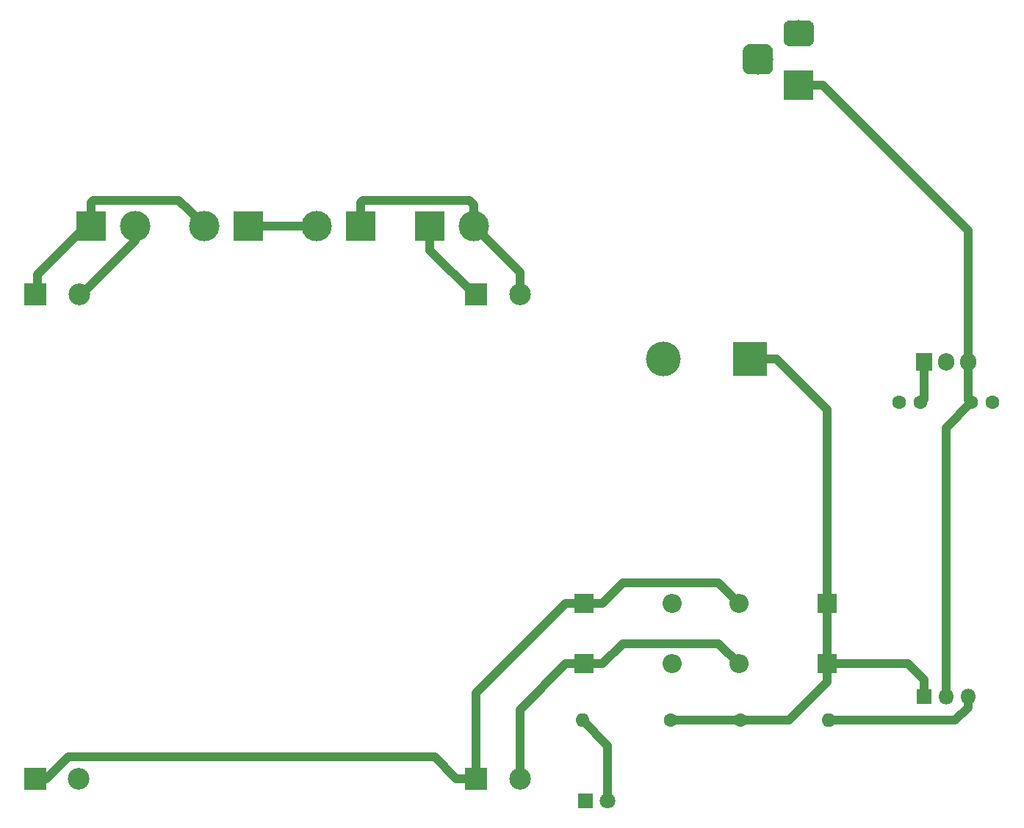
<source format=gbr>
G04 #@! TF.GenerationSoftware,KiCad,Pcbnew,(5.1.2)-1*
G04 #@! TF.CreationDate,2019-05-06T21:39:49-07:00*
G04 #@! TF.ProjectId,12v1a_psu,31327631-615f-4707-9375-2e6b69636164,rev?*
G04 #@! TF.SameCoordinates,Original*
G04 #@! TF.FileFunction,Copper,L1,Top*
G04 #@! TF.FilePolarity,Positive*
%FSLAX46Y46*%
G04 Gerber Fmt 4.6, Leading zero omitted, Abs format (unit mm)*
G04 Created by KiCad (PCBNEW (5.1.2)-1) date 2019-05-06 21:39:49*
%MOMM*%
%LPD*%
G04 APERTURE LIST*
%ADD10O,1.905000X2.000000*%
%ADD11R,1.905000X2.000000*%
%ADD12R,2.500000X2.500000*%
%ADD13C,2.500000*%
%ADD14C,3.500120*%
%ADD15R,3.500120X3.500120*%
%ADD16O,1.600000X1.600000*%
%ADD17C,1.600000*%
%ADD18O,1.800000X1.800000*%
%ADD19R,1.800000X1.800000*%
%ADD20C,0.100000*%
%ADD21C,3.500000*%
%ADD22C,3.000000*%
%ADD23R,3.500000X3.500000*%
%ADD24C,1.800000*%
%ADD25R,2.200000X2.200000*%
%ADD26O,2.200000X2.200000*%
%ADD27C,4.000000*%
%ADD28R,4.000000X4.000000*%
%ADD29C,1.000000*%
G04 APERTURE END LIST*
D10*
X199535869Y-91930000D03*
X196995869Y-91930000D03*
D11*
X194455869Y-91930000D03*
D12*
X92000000Y-140000000D03*
D13*
X97000000Y-140000000D03*
D12*
X142800000Y-140000000D03*
D13*
X147880000Y-140000000D03*
X147880000Y-84120000D03*
D12*
X142800000Y-84120000D03*
X92000000Y-84120000D03*
D13*
X97080000Y-84120000D03*
D14*
X111500000Y-76250000D03*
D15*
X116580000Y-76250000D03*
D16*
X183410000Y-133250000D03*
D17*
X173250000Y-133250000D03*
D16*
X155090000Y-133250000D03*
D17*
X165250000Y-133250000D03*
D18*
X199500000Y-130500000D03*
X196960000Y-130500000D03*
D19*
X194420000Y-130500000D03*
D20*
G36*
X176260765Y-55254213D02*
G01*
X176345704Y-55266813D01*
X176428999Y-55287677D01*
X176509848Y-55316605D01*
X176587472Y-55353319D01*
X176661124Y-55397464D01*
X176730094Y-55448616D01*
X176793718Y-55506282D01*
X176851384Y-55569906D01*
X176902536Y-55638876D01*
X176946681Y-55712528D01*
X176983395Y-55790152D01*
X177012323Y-55871001D01*
X177033187Y-55954296D01*
X177045787Y-56039235D01*
X177050000Y-56125000D01*
X177050000Y-57875000D01*
X177045787Y-57960765D01*
X177033187Y-58045704D01*
X177012323Y-58128999D01*
X176983395Y-58209848D01*
X176946681Y-58287472D01*
X176902536Y-58361124D01*
X176851384Y-58430094D01*
X176793718Y-58493718D01*
X176730094Y-58551384D01*
X176661124Y-58602536D01*
X176587472Y-58646681D01*
X176509848Y-58683395D01*
X176428999Y-58712323D01*
X176345704Y-58733187D01*
X176260765Y-58745787D01*
X176175000Y-58750000D01*
X174425000Y-58750000D01*
X174339235Y-58745787D01*
X174254296Y-58733187D01*
X174171001Y-58712323D01*
X174090152Y-58683395D01*
X174012528Y-58646681D01*
X173938876Y-58602536D01*
X173869906Y-58551384D01*
X173806282Y-58493718D01*
X173748616Y-58430094D01*
X173697464Y-58361124D01*
X173653319Y-58287472D01*
X173616605Y-58209848D01*
X173587677Y-58128999D01*
X173566813Y-58045704D01*
X173554213Y-57960765D01*
X173550000Y-57875000D01*
X173550000Y-56125000D01*
X173554213Y-56039235D01*
X173566813Y-55954296D01*
X173587677Y-55871001D01*
X173616605Y-55790152D01*
X173653319Y-55712528D01*
X173697464Y-55638876D01*
X173748616Y-55569906D01*
X173806282Y-55506282D01*
X173869906Y-55448616D01*
X173938876Y-55397464D01*
X174012528Y-55353319D01*
X174090152Y-55316605D01*
X174171001Y-55287677D01*
X174254296Y-55266813D01*
X174339235Y-55254213D01*
X174425000Y-55250000D01*
X176175000Y-55250000D01*
X176260765Y-55254213D01*
X176260765Y-55254213D01*
G37*
D21*
X175300000Y-57000000D03*
D20*
G36*
X181073513Y-52503611D02*
G01*
X181146318Y-52514411D01*
X181217714Y-52532295D01*
X181287013Y-52557090D01*
X181353548Y-52588559D01*
X181416678Y-52626398D01*
X181475795Y-52670242D01*
X181530330Y-52719670D01*
X181579758Y-52774205D01*
X181623602Y-52833322D01*
X181661441Y-52896452D01*
X181692910Y-52962987D01*
X181717705Y-53032286D01*
X181735589Y-53103682D01*
X181746389Y-53176487D01*
X181750000Y-53250000D01*
X181750000Y-54750000D01*
X181746389Y-54823513D01*
X181735589Y-54896318D01*
X181717705Y-54967714D01*
X181692910Y-55037013D01*
X181661441Y-55103548D01*
X181623602Y-55166678D01*
X181579758Y-55225795D01*
X181530330Y-55280330D01*
X181475795Y-55329758D01*
X181416678Y-55373602D01*
X181353548Y-55411441D01*
X181287013Y-55442910D01*
X181217714Y-55467705D01*
X181146318Y-55485589D01*
X181073513Y-55496389D01*
X181000000Y-55500000D01*
X179000000Y-55500000D01*
X178926487Y-55496389D01*
X178853682Y-55485589D01*
X178782286Y-55467705D01*
X178712987Y-55442910D01*
X178646452Y-55411441D01*
X178583322Y-55373602D01*
X178524205Y-55329758D01*
X178469670Y-55280330D01*
X178420242Y-55225795D01*
X178376398Y-55166678D01*
X178338559Y-55103548D01*
X178307090Y-55037013D01*
X178282295Y-54967714D01*
X178264411Y-54896318D01*
X178253611Y-54823513D01*
X178250000Y-54750000D01*
X178250000Y-53250000D01*
X178253611Y-53176487D01*
X178264411Y-53103682D01*
X178282295Y-53032286D01*
X178307090Y-52962987D01*
X178338559Y-52896452D01*
X178376398Y-52833322D01*
X178420242Y-52774205D01*
X178469670Y-52719670D01*
X178524205Y-52670242D01*
X178583322Y-52626398D01*
X178646452Y-52588559D01*
X178712987Y-52557090D01*
X178782286Y-52532295D01*
X178853682Y-52514411D01*
X178926487Y-52503611D01*
X179000000Y-52500000D01*
X181000000Y-52500000D01*
X181073513Y-52503611D01*
X181073513Y-52503611D01*
G37*
D22*
X180000000Y-54000000D03*
D23*
X180000000Y-60000000D03*
D14*
X142580000Y-76250000D03*
D15*
X137500000Y-76250000D03*
D14*
X103500000Y-76250000D03*
D15*
X98420000Y-76250000D03*
D14*
X124420000Y-76250000D03*
D15*
X129500000Y-76250000D03*
D24*
X158000000Y-142500000D03*
D19*
X155460000Y-142500000D03*
D25*
X183250000Y-126750000D03*
D26*
X173090000Y-126750000D03*
D25*
X183250000Y-119750000D03*
D26*
X173090000Y-119750000D03*
X165410000Y-126750000D03*
D25*
X155250000Y-126750000D03*
D26*
X165410000Y-119750000D03*
D25*
X155250000Y-119750000D03*
D17*
X202350000Y-96600000D03*
X199850000Y-96600000D03*
X191550000Y-96600000D03*
X194050000Y-96600000D03*
D27*
X164400000Y-91600000D03*
D28*
X174400000Y-91600000D03*
D29*
X177400000Y-91600000D02*
X174400000Y-91600000D01*
X183250000Y-97450000D02*
X177400000Y-91600000D01*
X183250000Y-119750000D02*
X183250000Y-97450000D01*
X183250000Y-119750000D02*
X183250000Y-126750000D01*
X174381370Y-133250000D02*
X173250000Y-133250000D01*
X178850000Y-133250000D02*
X174381370Y-133250000D01*
X183250000Y-128850000D02*
X178850000Y-133250000D01*
X183250000Y-126750000D02*
X183250000Y-128850000D01*
X173250000Y-133250000D02*
X165250000Y-133250000D01*
X194420000Y-128600000D02*
X194420000Y-130500000D01*
X192570000Y-126750000D02*
X194420000Y-128600000D01*
X183250000Y-126750000D02*
X192570000Y-126750000D01*
X194455869Y-96194131D02*
X194050000Y-96600000D01*
X194455869Y-91930000D02*
X194455869Y-96194131D01*
X199500000Y-131772792D02*
X199500000Y-130500000D01*
X198022792Y-133250000D02*
X199500000Y-131772792D01*
X183410000Y-133250000D02*
X198022792Y-133250000D01*
X199535869Y-89930000D02*
X199535869Y-91930000D01*
X199535869Y-76785869D02*
X199535869Y-89930000D01*
X182750000Y-60000000D02*
X199535869Y-76785869D01*
X180000000Y-60000000D02*
X182750000Y-60000000D01*
X199535869Y-96285869D02*
X199850000Y-96600000D01*
X199535869Y-91930000D02*
X199535869Y-96285869D01*
X196960000Y-99490000D02*
X199850000Y-96600000D01*
X196960000Y-130500000D02*
X196960000Y-99490000D01*
X140550000Y-140000000D02*
X142800000Y-140000000D01*
X138049999Y-137499999D02*
X140550000Y-140000000D01*
X95799999Y-137499999D02*
X138049999Y-137499999D01*
X93299998Y-140000000D02*
X95799999Y-137499999D01*
X92000000Y-140000000D02*
X93299998Y-140000000D01*
X153150000Y-119750000D02*
X155250000Y-119750000D01*
X142800000Y-130100000D02*
X153150000Y-119750000D01*
X142800000Y-140000000D02*
X142800000Y-130100000D01*
X157350000Y-119750000D02*
X155250000Y-119750000D01*
X159700001Y-117399999D02*
X157350000Y-119750000D01*
X170739999Y-117399999D02*
X159700001Y-117399999D01*
X173090000Y-119750000D02*
X170739999Y-117399999D01*
X153150000Y-126750000D02*
X155250000Y-126750000D01*
X147880000Y-132020000D02*
X153150000Y-126750000D01*
X147880000Y-140000000D02*
X147880000Y-132020000D01*
X157350000Y-126750000D02*
X155250000Y-126750000D01*
X159700001Y-124399999D02*
X157350000Y-126750000D01*
X170739999Y-124399999D02*
X159700001Y-124399999D01*
X173090000Y-126750000D02*
X170739999Y-124399999D01*
X158000000Y-136160000D02*
X158000000Y-142500000D01*
X155090000Y-133250000D02*
X158000000Y-136160000D01*
X116580000Y-76250000D02*
X124420000Y-76250000D01*
X142580000Y-73775042D02*
X142580000Y-76250000D01*
X142054897Y-73249939D02*
X142580000Y-73775042D01*
X129750001Y-73249939D02*
X142054897Y-73249939D01*
X129500000Y-73499940D02*
X129750001Y-73249939D01*
X129500000Y-76250000D02*
X129500000Y-73499940D01*
X147880000Y-81550000D02*
X142580000Y-76250000D01*
X147880000Y-84120000D02*
X147880000Y-81550000D01*
X103500000Y-77950000D02*
X103500000Y-76250000D01*
X97330000Y-84120000D02*
X103500000Y-77950000D01*
X97870000Y-76250000D02*
X98420000Y-76250000D01*
X92250000Y-81870000D02*
X97870000Y-76250000D01*
X92250000Y-84120000D02*
X92250000Y-81870000D01*
X109749941Y-74499941D02*
X111500000Y-76250000D01*
X108499939Y-73249939D02*
X109749941Y-74499941D01*
X98670001Y-73249939D02*
X108499939Y-73249939D01*
X98420000Y-73499940D02*
X98670001Y-73249939D01*
X98420000Y-76250000D02*
X98420000Y-73499940D01*
X142619940Y-84120000D02*
X143050000Y-84120000D01*
X137500000Y-79000060D02*
X142619940Y-84120000D01*
X137500000Y-76250000D02*
X137500000Y-79000060D01*
M02*

</source>
